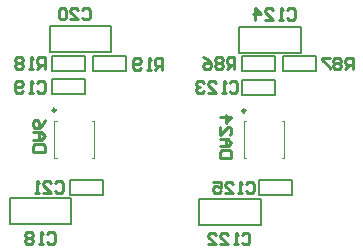
<source format=gbo>
G04*
G04 #@! TF.GenerationSoftware,Altium Limited,Altium Designer,19.1.6 (110)*
G04*
G04 Layer_Color=32896*
%FSLAX43Y43*%
%MOMM*%
G71*
G01*
G75*
%ADD10C,0.100*%
%ADD12C,0.250*%
%ADD13C,0.150*%
%ADD14C,0.254*%
D10*
X228575Y107730D02*
Y110850D01*
X225175Y107730D02*
Y110850D01*
X225375D01*
X225175Y107730D02*
X225375D01*
X228375Y110850D02*
X228575D01*
X228375Y107730D02*
X228575D01*
X212518Y107780D02*
Y110900D01*
X209118Y107780D02*
Y110900D01*
X209318D01*
X209118Y107780D02*
X209318D01*
X212318Y110900D02*
X212518D01*
X212318Y107780D02*
X212518D01*
D12*
X225300Y111740D02*
G03*
X225300Y111740I-125J0D01*
G01*
X209243Y111790D02*
G03*
X209243Y111790I-125J0D01*
G01*
D13*
X221391Y102100D02*
Y104300D01*
X226591D01*
Y102100D02*
Y104300D01*
X221391Y102100D02*
X226591D01*
X224978Y113105D02*
Y114375D01*
Y113105D02*
X227772D01*
Y114375D01*
X224978D02*
X227772D01*
X229975Y116640D02*
Y118840D01*
X224775Y116640D02*
X229975D01*
X224775D02*
Y118840D01*
X229975D01*
X226478Y104605D02*
Y105875D01*
Y104605D02*
X229272D01*
Y105875D01*
X226478D02*
X229272D01*
X224978Y115105D02*
Y116375D01*
Y115105D02*
X227772D01*
Y116375D01*
X224978D02*
X227772D01*
X228478Y115105D02*
Y116375D01*
Y115105D02*
X231272D01*
Y116375D01*
X228478D02*
X231272D01*
X205334Y102150D02*
Y104350D01*
X210534D01*
Y102150D02*
Y104350D01*
X205334Y102150D02*
X210534D01*
X208921Y113155D02*
Y114425D01*
Y113155D02*
X211715D01*
Y114425D01*
X208921D02*
X211715D01*
X213918Y116690D02*
Y118890D01*
X208718Y116690D02*
X213918D01*
X208718D02*
Y118890D01*
X213918D01*
X210421Y104655D02*
Y105925D01*
Y104655D02*
X213215D01*
Y105925D01*
X210421D02*
X213215D01*
X208921Y115155D02*
Y116425D01*
Y115155D02*
X211715D01*
Y116425D01*
X208921D02*
X211715D01*
X212421Y115155D02*
Y116425D01*
Y115155D02*
X215215D01*
Y116425D01*
X212421D02*
X215215D01*
D14*
X234425Y115250D02*
Y116250D01*
X233925D01*
X233759Y116083D01*
Y115750D01*
X233925Y115583D01*
X234425D01*
X234092D02*
X233759Y115250D01*
X233425Y116083D02*
X233259Y116250D01*
X232925D01*
X232759Y116083D01*
Y115916D01*
X232925Y115750D01*
X232759Y115583D01*
Y115417D01*
X232925Y115250D01*
X233259D01*
X233425Y115417D01*
Y115583D01*
X233259Y115750D01*
X233425Y115916D01*
Y116083D01*
X233259Y115750D02*
X232925D01*
X232426Y116250D02*
X231759D01*
Y116083D01*
X232426Y115417D01*
Y115250D01*
X218275Y115200D02*
Y116200D01*
X217775D01*
X217609Y116033D01*
Y115700D01*
X217775Y115533D01*
X218275D01*
X217942D02*
X217609Y115200D01*
X217275D02*
X216942D01*
X217109D01*
Y116200D01*
X217275Y116033D01*
X216442Y115367D02*
X216276Y115200D01*
X215942D01*
X215776Y115367D01*
Y116033D01*
X215942Y116200D01*
X216276D01*
X216442Y116033D01*
Y115866D01*
X216276Y115700D01*
X215776D01*
X224375Y115325D02*
Y116325D01*
X223875D01*
X223709Y116158D01*
Y115825D01*
X223875Y115658D01*
X224375D01*
X224042D02*
X223709Y115325D01*
X223375Y116158D02*
X223209Y116325D01*
X222875D01*
X222709Y116158D01*
Y115991D01*
X222875Y115825D01*
X222709Y115658D01*
Y115492D01*
X222875Y115325D01*
X223209D01*
X223375Y115492D01*
Y115658D01*
X223209Y115825D01*
X223375Y115991D01*
Y116158D01*
X223209Y115825D02*
X222875D01*
X221709Y116325D02*
X222042Y116158D01*
X222376Y115825D01*
Y115492D01*
X222209Y115325D01*
X221876D01*
X221709Y115492D01*
Y115658D01*
X221876Y115825D01*
X222376D01*
X208318Y115290D02*
Y116290D01*
X207818D01*
X207652Y116123D01*
Y115790D01*
X207818Y115623D01*
X208318D01*
X207985D02*
X207652Y115290D01*
X207318D02*
X206985D01*
X207152D01*
Y116290D01*
X207318Y116123D01*
X206485D02*
X206319Y116290D01*
X205985D01*
X205819Y116123D01*
Y115956D01*
X205985Y115790D01*
X205819Y115623D01*
Y115457D01*
X205985Y115290D01*
X206319D01*
X206485Y115457D01*
Y115623D01*
X206319Y115790D01*
X206485Y115956D01*
Y116123D01*
X206319Y115790D02*
X205985D01*
X224125Y107725D02*
X223125D01*
Y108225D01*
X223292Y108391D01*
X223958D01*
X224125Y108225D01*
Y107725D01*
X223125Y108725D02*
X223791D01*
X224125Y109058D01*
X223791Y109391D01*
X223125D01*
X223625D01*
Y108725D01*
X223125Y110391D02*
Y109724D01*
X223791Y110391D01*
X223958D01*
X224125Y110224D01*
Y109891D01*
X223958Y109724D01*
X223125Y111224D02*
X224125D01*
X223625Y110724D01*
Y111390D01*
X208300Y108275D02*
X207300D01*
Y108775D01*
X207467Y108941D01*
X208133D01*
X208300Y108775D01*
Y108275D01*
X207300Y109275D02*
X207966D01*
X208300Y109608D01*
X207966Y109941D01*
X207300D01*
X207800D01*
Y109275D01*
X208300Y110941D02*
X208133Y110608D01*
X207800Y110274D01*
X207467D01*
X207300Y110441D01*
Y110774D01*
X207467Y110941D01*
X207633D01*
X207800Y110774D01*
Y110274D01*
X225384Y105583D02*
X225550Y105750D01*
X225883D01*
X226050Y105583D01*
Y104917D01*
X225883Y104750D01*
X225550D01*
X225384Y104917D01*
X225050Y104750D02*
X224717D01*
X224884D01*
Y105750D01*
X225050Y105583D01*
X223551Y104750D02*
X224217D01*
X223551Y105416D01*
Y105583D01*
X223717Y105750D01*
X224051D01*
X224217Y105583D01*
X222551Y105750D02*
X223218D01*
Y105250D01*
X222884Y105416D01*
X222718D01*
X222551Y105250D01*
Y104917D01*
X222718Y104750D01*
X223051D01*
X223218Y104917D01*
X209152Y105623D02*
X209318Y105790D01*
X209651D01*
X209818Y105623D01*
Y104957D01*
X209651Y104790D01*
X209318D01*
X209152Y104957D01*
X208152Y104790D02*
X208818D01*
X208152Y105456D01*
Y105623D01*
X208318Y105790D01*
X208652D01*
X208818Y105623D01*
X207819Y104790D02*
X207485D01*
X207652D01*
Y105790D01*
X207819Y105623D01*
X228809Y120283D02*
X228975Y120450D01*
X229308D01*
X229475Y120283D01*
Y119617D01*
X229308Y119450D01*
X228975D01*
X228809Y119617D01*
X228475Y119450D02*
X228142D01*
X228309D01*
Y120450D01*
X228475Y120283D01*
X226976Y119450D02*
X227642D01*
X226976Y120116D01*
Y120283D01*
X227142Y120450D01*
X227476D01*
X227642Y120283D01*
X226143Y119450D02*
Y120450D01*
X226643Y119950D01*
X225976D01*
X211484Y120308D02*
X211650Y120475D01*
X211983D01*
X212150Y120308D01*
Y119642D01*
X211983Y119475D01*
X211650D01*
X211484Y119642D01*
X210484Y119475D02*
X211150D01*
X210484Y120141D01*
Y120308D01*
X210650Y120475D01*
X210984D01*
X211150Y120308D01*
X210151D02*
X209984Y120475D01*
X209651D01*
X209484Y120308D01*
Y119642D01*
X209651Y119475D01*
X209984D01*
X210151Y119642D01*
Y120308D01*
X223959Y114083D02*
X224125Y114250D01*
X224458D01*
X224625Y114083D01*
Y113417D01*
X224458Y113250D01*
X224125D01*
X223959Y113417D01*
X223625Y113250D02*
X223292D01*
X223459D01*
Y114250D01*
X223625Y114083D01*
X222126Y113250D02*
X222792D01*
X222126Y113916D01*
Y114083D01*
X222292Y114250D01*
X222626D01*
X222792Y114083D01*
X221793D02*
X221626Y114250D01*
X221293D01*
X221126Y114083D01*
Y113916D01*
X221293Y113750D01*
X221459D01*
X221293D01*
X221126Y113583D01*
Y113417D01*
X221293Y113250D01*
X221626D01*
X221793Y113417D01*
X207652Y114123D02*
X207818Y114290D01*
X208151D01*
X208318Y114123D01*
Y113457D01*
X208151Y113290D01*
X207818D01*
X207652Y113457D01*
X207318Y113290D02*
X206985D01*
X207152D01*
Y114290D01*
X207318Y114123D01*
X206485Y113457D02*
X206319Y113290D01*
X205985D01*
X205819Y113457D01*
Y114123D01*
X205985Y114290D01*
X206319D01*
X206485Y114123D01*
Y113956D01*
X206319Y113790D01*
X205819D01*
X224984Y101258D02*
X225150Y101425D01*
X225483D01*
X225650Y101258D01*
Y100592D01*
X225483Y100425D01*
X225150D01*
X224984Y100592D01*
X224650Y100425D02*
X224317D01*
X224484D01*
Y101425D01*
X224650Y101258D01*
X223151Y100425D02*
X223817D01*
X223151Y101091D01*
Y101258D01*
X223317Y101425D01*
X223651D01*
X223817Y101258D01*
X222151Y100425D02*
X222818D01*
X222151Y101091D01*
Y101258D01*
X222318Y101425D01*
X222651D01*
X222818Y101258D01*
X208509Y101283D02*
X208675Y101450D01*
X209008D01*
X209175Y101283D01*
Y100617D01*
X209008Y100450D01*
X208675D01*
X208509Y100617D01*
X208175Y100450D02*
X207842D01*
X208009D01*
Y101450D01*
X208175Y101283D01*
X207342D02*
X207176Y101450D01*
X206842D01*
X206676Y101283D01*
Y101116D01*
X206842Y100950D01*
X206676Y100783D01*
Y100617D01*
X206842Y100450D01*
X207176D01*
X207342Y100617D01*
Y100783D01*
X207176Y100950D01*
X207342Y101116D01*
Y101283D01*
X207176Y100950D02*
X206842D01*
M02*

</source>
